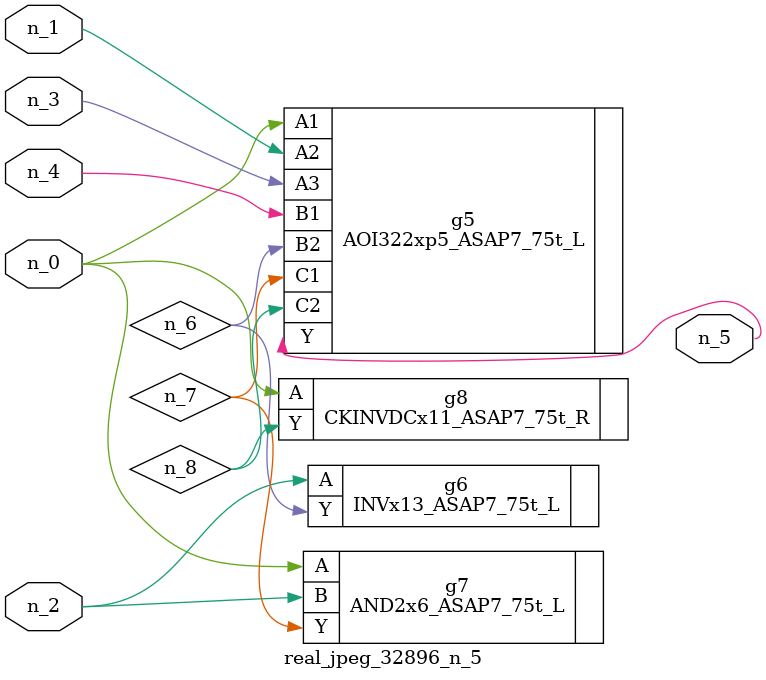
<source format=v>
module real_jpeg_32896_n_5 (n_4, n_0, n_1, n_2, n_3, n_5);

input n_4;
input n_0;
input n_1;
input n_2;
input n_3;

output n_5;

wire n_8;
wire n_6;
wire n_7;

AOI322xp5_ASAP7_75t_L g5 ( 
.A1(n_0),
.A2(n_1),
.A3(n_3),
.B1(n_4),
.B2(n_6),
.C1(n_7),
.C2(n_8),
.Y(n_5)
);

AND2x6_ASAP7_75t_L g7 ( 
.A(n_0),
.B(n_2),
.Y(n_7)
);

CKINVDCx11_ASAP7_75t_R g8 ( 
.A(n_0),
.Y(n_8)
);

INVx13_ASAP7_75t_L g6 ( 
.A(n_2),
.Y(n_6)
);


endmodule
</source>
